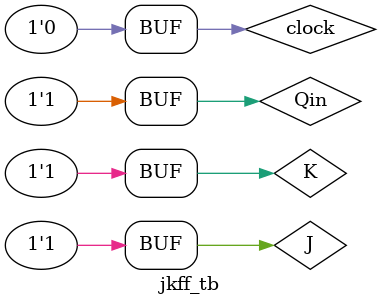
<source format=v>
module jkff(input wire clock,
input wire J,
input wire K,
input wire Qin,
output reg Qout,
output reg Qoutbar);

always @ (posedge clock)
begin
if ((!J) &&(!K))
begin
Qout = Qin;
Qoutbar = !Qin;
end
else if((!J) &&(K))
begin
Qout = 0;
Qoutbar = 1;
end
else if((J) &&(!K))
begin
Qout = 1;
Qoutbar = 0;
end
else
begin
Qout = !Qin;
Qoutbar = Qin;
end
end
endmodule

module jkff_tb;
wire Qout, Qoutbar;
reg J, K, Qin, clock;
jkff m(clock,J,K,Qin,Qout,Qoutbar);


initial
begin
	$monitor("J=%b, K=%b, Qin=%b, Qout=%b, Qoutbar=%b\n",J,K,Qin,Qout,Qoutbar);
	clock=0;
	
	clock=1;
	J = 1'b0;
	K = 1'b0;
	Qin = 1'b0;
	clock=0;
	
	#5
	clock=1;
	J = 1'b0;
	K = 1'b0;
	Qin = 1'b1;
	clock=0;
	
	#5
	clock=1;
	J = 1'b0;
	K = 1'b1;
	Qin = 1'b0;
	clock=0;
	
	#5
	clock=1;
	J = 1'b0;
	K = 1'b1;
	Qin = 1'b1;
	clock=0;
	
	#5
	clock=1;
	J = 1'b1;
	K = 1'b0;
	Qin = 1'b0;
	clock=0;
	
	#5
	clock=1;
	J = 1'b1;
	K = 1'b0;
	Qin = 1'b1;
	clock=0;
	
	#5
	clock=1;
	J = 1'b1;
	K = 1'b1;
	Qin = 1'b0;
	clock=0;
	
	#5
	clock=1;
	J = 1'b1;
	K = 1'b1;
	Qin = 1'b1;
	clock=0;
end
endmodule
</source>
